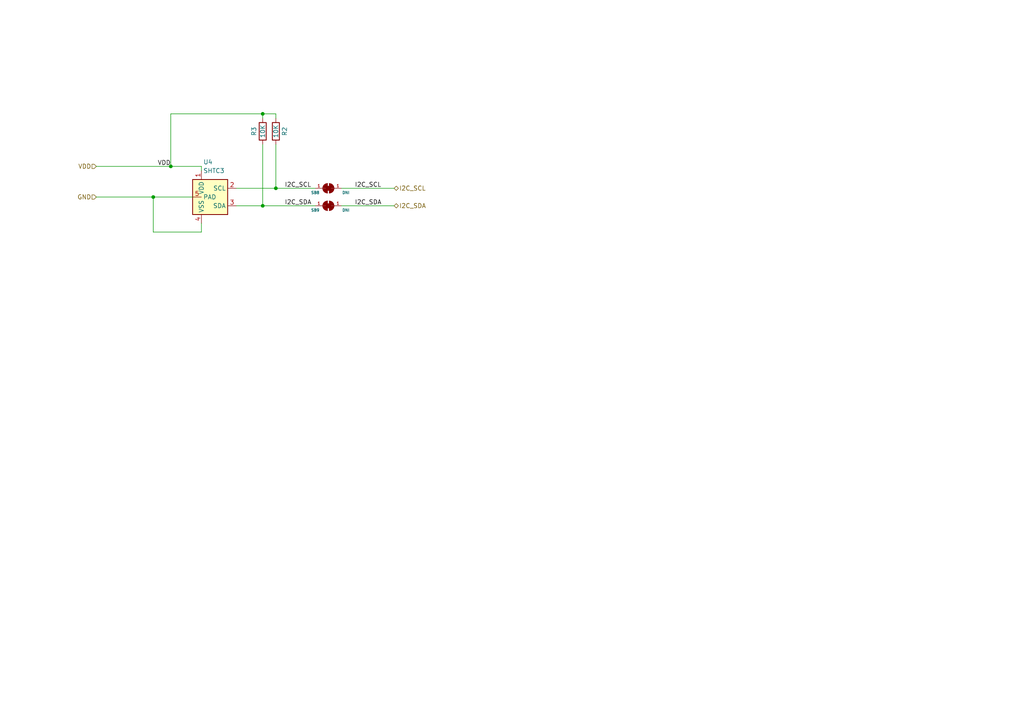
<source format=kicad_sch>
(kicad_sch (version 20211123) (generator eeschema)

  (uuid 7d35ebe6-9809-4ba0-9749-26de274df302)

  (paper "A4")

  (lib_symbols
    (symbol "Device:R" (pin_numbers hide) (pin_names (offset 0)) (in_bom yes) (on_board yes)
      (property "Reference" "R" (id 0) (at 2.032 0 90)
        (effects (font (size 1.27 1.27)))
      )
      (property "Value" "R" (id 1) (at 0 0 90)
        (effects (font (size 1.27 1.27)))
      )
      (property "Footprint" "" (id 2) (at -1.778 0 90)
        (effects (font (size 1.27 1.27)) hide)
      )
      (property "Datasheet" "~" (id 3) (at 0 0 0)
        (effects (font (size 1.27 1.27)) hide)
      )
      (property "ki_keywords" "R res resistor" (id 4) (at 0 0 0)
        (effects (font (size 1.27 1.27)) hide)
      )
      (property "ki_description" "Resistor" (id 5) (at 0 0 0)
        (effects (font (size 1.27 1.27)) hide)
      )
      (property "ki_fp_filters" "R_*" (id 6) (at 0 0 0)
        (effects (font (size 1.27 1.27)) hide)
      )
      (symbol "R_0_1"
        (rectangle (start -1.016 -2.54) (end 1.016 2.54)
          (stroke (width 0.254) (type default) (color 0 0 0 0))
          (fill (type none))
        )
      )
      (symbol "R_1_1"
        (pin passive line (at 0 3.81 270) (length 1.27)
          (name "~" (effects (font (size 1.27 1.27))))
          (number "1" (effects (font (size 1.27 1.27))))
        )
        (pin passive line (at 0 -3.81 90) (length 1.27)
          (name "~" (effects (font (size 1.27 1.27))))
          (number "2" (effects (font (size 1.27 1.27))))
        )
      )
    )
    (symbol "MCU_Nordic_Custom:SB_SHORT" (in_bom yes) (on_board yes)
      (property "Reference" "SB" (id 0) (at 0 3.175 0)
        (effects (font (size 0.8 0.8)))
      )
      (property "Value" "SB_SHORT" (id 1) (at 0 -3.048 0)
        (effects (font (size 0.8 0.8)))
      )
      (property "Footprint" "" (id 2) (at -1.524 0 0)
        (effects (font (size 1.27 1.27)) hide)
      )
      (property "Datasheet" "" (id 3) (at -1.524 0 0)
        (effects (font (size 1.27 1.27)) hide)
      )
      (symbol "SB_SHORT_0_1"
        (arc (start -1.6566 0) (mid -1.2466 -0.987) (end -0.2596 -1.397)
          (stroke (width 0.1524) (type default) (color 0 0 0 0))
          (fill (type outline))
        )
        (rectangle (start -0.635 0.635) (end 0.635 -0.635)
          (stroke (width 0) (type default) (color 0 0 0 0))
          (fill (type outline))
        )
        (arc (start -0.2568 1.3998) (mid -1.2438 0.9898) (end -1.6538 0.0028)
          (stroke (width 0.1524) (type default) (color 0 0 0 0))
          (fill (type outline))
        )
        (polyline
          (pts
            (xy -0.2568 -1.3942)
            (xy -0.2568 1.3998)
          )
          (stroke (width 0.1524) (type default) (color 0 0 0 0))
          (fill (type none))
        )
        (polyline
          (pts
            (xy 0.254 -1.397)
            (xy 0.254 1.397)
          )
          (stroke (width 0.1524) (type default) (color 0 0 0 0))
          (fill (type none))
        )
        (arc (start 0.2568 -1.3998) (mid 1.2438 -0.9898) (end 1.6538 -0.0028)
          (stroke (width 0.1524) (type default) (color 0 0 0 0))
          (fill (type outline))
        )
        (arc (start 1.651 0) (mid 1.241 0.987) (end 0.254 1.397)
          (stroke (width 0.1524) (type default) (color 0 0 0 0))
          (fill (type outline))
        )
      )
      (symbol "SB_SHORT_1_0"
        (pin free line (at -3.81 0 0) (length 2.1)
          (name "" (effects (font (size 0.5 0.5))))
          (number "1" (effects (font (size 0.8 0.8))))
        )
        (pin free line (at 3.81 0 180) (length 2.1)
          (name "" (effects (font (size 0.5 0.5))))
          (number "1" (effects (font (size 0.8 0.8))))
        )
      )
    )
    (symbol "MCU_Nordic_Custom:SHTC3" (in_bom yes) (on_board yes)
      (property "Reference" "U" (id 0) (at -3.81 6.35 0)
        (effects (font (size 1.27 1.27)))
      )
      (property "Value" "SHTC3" (id 1) (at -2.54 -6.35 0)
        (effects (font (size 1.27 1.27)))
      )
      (property "Footprint" "Sensor_Humidity:Sensirion_DFN-4-1EP_2x2mm_P1mm_EP0.7x1.6mm" (id 2) (at 5.08 -8.89 0)
        (effects (font (size 1.27 1.27)) hide)
      )
      (property "Datasheet" "https://www.sensirion.com/fileadmin/user_upload/customers/sensirion/Dokumente/0_Datasheets/Humidity/Sensirion_Humidity_Sensors_SHTC1_Datasheet.pdf" (id 3) (at -7.62 11.43 0)
        (effects (font (size 1.27 1.27)) hide)
      )
      (property "ki_keywords" "Sensirion environment environmental measurement digital" (id 4) (at 0 0 0)
        (effects (font (size 1.27 1.27)) hide)
      )
      (property "ki_description" "Humidity and Temperature Sensor, +/-3%RH, +/-0.3degC, I2C, 1.62-1.98V, DFN-4" (id 5) (at 0 0 0)
        (effects (font (size 1.27 1.27)) hide)
      )
      (property "ki_fp_filters" "Sensirion*DFN*1EP*2x2mm*P1mm*EP0.7x1.6mm*" (id 6) (at 0 0 0)
        (effects (font (size 1.27 1.27)) hide)
      )
      (symbol "SHTC3_1_1"
        (rectangle (start -5.08 5.08) (end 5.08 -5.08)
          (stroke (width 0.254) (type default) (color 0 0 0 0))
          (fill (type background))
        )
        (pin power_in line (at 2.54 7.62 270) (length 2.54)
          (name "VDD" (effects (font (size 1.27 1.27))))
          (number "1" (effects (font (size 1.27 1.27))))
        )
        (pin input line (at -7.62 2.54 0) (length 2.54)
          (name "SCL" (effects (font (size 1.27 1.27))))
          (number "2" (effects (font (size 1.27 1.27))))
        )
        (pin bidirectional line (at -7.62 -2.54 0) (length 2.54)
          (name "SDA" (effects (font (size 1.27 1.27))))
          (number "3" (effects (font (size 1.27 1.27))))
        )
        (pin power_in line (at 2.54 -7.62 90) (length 2.54)
          (name "VSS" (effects (font (size 1.27 1.27))))
          (number "4" (effects (font (size 1.27 1.27))))
        )
        (pin input line (at 5.08 0 180) (length 2.54)
          (name "PAD" (effects (font (size 1.27 1.27))))
          (number "5" (effects (font (size 1.27 1.27))))
        )
      )
    )
  )

  (junction (at 44.45 57.15) (diameter 0) (color 0 0 0 0)
    (uuid 3c274fda-f220-48e3-8d64-e70b8e7522f2)
  )
  (junction (at 49.53 48.26) (diameter 0) (color 0 0 0 0)
    (uuid 450c5899-ee7e-40c0-adda-9dbe4dfd856d)
  )
  (junction (at 76.2 33.02) (diameter 0) (color 0 0 0 0)
    (uuid afd024ec-8e25-4f9f-bbed-f7a1957811b1)
  )
  (junction (at 76.2 59.69) (diameter 0) (color 0 0 0 0)
    (uuid cfbe520f-e622-4d3e-811a-3643d57fc27f)
  )
  (junction (at 80.01 54.61) (diameter 0) (color 0 0 0 0)
    (uuid f39cea70-9a28-4544-9754-f3cc675748b1)
  )

  (wire (pts (xy 80.01 34.29) (xy 80.01 33.02))
    (stroke (width 0) (type default) (color 0 0 0 0))
    (uuid 0e2b0283-5394-419f-9643-9f7d8378b671)
  )
  (wire (pts (xy 49.53 48.26) (xy 58.42 48.26))
    (stroke (width 0) (type default) (color 0 0 0 0))
    (uuid 10d88ea6-3088-48fb-9797-b754510498ea)
  )
  (wire (pts (xy 58.42 64.77) (xy 58.42 67.31))
    (stroke (width 0) (type default) (color 0 0 0 0))
    (uuid 1ab50801-def2-475c-befa-2cefdbd16087)
  )
  (wire (pts (xy 80.01 54.61) (xy 91.44 54.61))
    (stroke (width 0) (type default) (color 0 0 0 0))
    (uuid 29a6ff65-548e-4826-b468-03bbf05cd272)
  )
  (wire (pts (xy 76.2 59.69) (xy 91.44 59.69))
    (stroke (width 0) (type default) (color 0 0 0 0))
    (uuid 2fa0cd0e-b44d-4a91-bd11-d9c130ced0c8)
  )
  (wire (pts (xy 68.58 59.69) (xy 76.2 59.69))
    (stroke (width 0) (type default) (color 0 0 0 0))
    (uuid 2fc3311a-9564-450c-a596-2d683c953a42)
  )
  (wire (pts (xy 99.06 54.61) (xy 114.3 54.61))
    (stroke (width 0) (type default) (color 0 0 0 0))
    (uuid 363b2704-4b12-4579-be7b-2dccfcb8fd8a)
  )
  (wire (pts (xy 49.53 33.02) (xy 76.2 33.02))
    (stroke (width 0) (type default) (color 0 0 0 0))
    (uuid 3bea1668-bf14-4070-81a0-b295d1c7327c)
  )
  (wire (pts (xy 44.45 57.15) (xy 55.88 57.15))
    (stroke (width 0) (type default) (color 0 0 0 0))
    (uuid 3fed5fd9-ef11-4d0a-87bb-cc8973868bd6)
  )
  (wire (pts (xy 49.53 48.26) (xy 49.53 33.02))
    (stroke (width 0) (type default) (color 0 0 0 0))
    (uuid 5982d10e-cec7-49a1-8565-11d6e8aa2e18)
  )
  (wire (pts (xy 68.58 54.61) (xy 80.01 54.61))
    (stroke (width 0) (type default) (color 0 0 0 0))
    (uuid 713ff15e-52cc-412d-8236-7d6cbdd25994)
  )
  (wire (pts (xy 76.2 41.91) (xy 76.2 59.69))
    (stroke (width 0) (type default) (color 0 0 0 0))
    (uuid 7bd4685a-5e11-4634-926b-6a77105f1b1e)
  )
  (wire (pts (xy 58.42 48.26) (xy 58.42 49.53))
    (stroke (width 0) (type default) (color 0 0 0 0))
    (uuid 7ebe0ee1-7c22-424d-8c6c-0ac8a1acaec9)
  )
  (wire (pts (xy 80.01 33.02) (xy 76.2 33.02))
    (stroke (width 0) (type default) (color 0 0 0 0))
    (uuid 8f2ddc88-40c9-4f62-b5a9-96c2a89b6a77)
  )
  (wire (pts (xy 27.94 48.26) (xy 49.53 48.26))
    (stroke (width 0) (type default) (color 0 0 0 0))
    (uuid a80f2b00-374a-49dc-855b-f6716a910f9f)
  )
  (wire (pts (xy 76.2 33.02) (xy 76.2 34.29))
    (stroke (width 0) (type default) (color 0 0 0 0))
    (uuid b5be0ea0-2b42-4aa8-a1a6-f3faa80d61cd)
  )
  (wire (pts (xy 44.45 57.15) (xy 44.45 67.31))
    (stroke (width 0) (type default) (color 0 0 0 0))
    (uuid b5eee897-8b9d-4240-ae8b-63660a4114b7)
  )
  (wire (pts (xy 80.01 41.91) (xy 80.01 54.61))
    (stroke (width 0) (type default) (color 0 0 0 0))
    (uuid c397e5a5-f790-4169-8e17-efe41c9cbf3a)
  )
  (wire (pts (xy 99.06 59.69) (xy 114.3 59.69))
    (stroke (width 0) (type default) (color 0 0 0 0))
    (uuid d53e8d6c-08a1-4693-bf81-2b9526ca0b38)
  )
  (wire (pts (xy 58.42 67.31) (xy 44.45 67.31))
    (stroke (width 0) (type default) (color 0 0 0 0))
    (uuid db48b339-e3b2-4a87-b540-14a28826c705)
  )
  (wire (pts (xy 27.94 57.15) (xy 44.45 57.15))
    (stroke (width 0) (type default) (color 0 0 0 0))
    (uuid f5f84547-9a17-4de6-a69d-3bab67297596)
  )

  (label "I2C_SDA" (at 82.55 59.69 0)
    (effects (font (size 1.27 1.27)) (justify left bottom))
    (uuid 01e5ddc4-62bc-4c09-98b8-d77c6168b07d)
  )
  (label "VDD" (at 49.53 48.26 180)
    (effects (font (size 1.27 1.27)) (justify right bottom))
    (uuid 1e1dfd93-8f59-4359-9e0a-aa6d6d57bacb)
  )
  (label "I2C_SDA" (at 102.87 59.69 0)
    (effects (font (size 1.27 1.27)) (justify left bottom))
    (uuid 86b9ad5c-c828-4907-96ac-a3e4d1588b6d)
  )
  (label "I2C_SCL" (at 82.55 54.61 0)
    (effects (font (size 1.27 1.27)) (justify left bottom))
    (uuid c1e607b6-580c-4901-85f8-e01299659c9b)
  )
  (label "I2C_SCL" (at 102.87 54.61 0)
    (effects (font (size 1.27 1.27)) (justify left bottom))
    (uuid d1cf6960-87e7-42b6-ad4c-61f76af47a6b)
  )

  (hierarchical_label "I2C_SDA" (shape bidirectional) (at 114.3 59.69 0)
    (effects (font (size 1.27 1.27)) (justify left))
    (uuid 496283c2-812d-4bdb-93e8-d69123d9f2c4)
  )
  (hierarchical_label "I2C_SCL" (shape bidirectional) (at 114.3 54.61 0)
    (effects (font (size 1.27 1.27)) (justify left))
    (uuid e4c533ad-d944-4434-995d-caec96bdb846)
  )
  (hierarchical_label "GND" (shape input) (at 27.94 57.15 180)
    (effects (font (size 1.27 1.27)) (justify right))
    (uuid e56322e0-7133-4cea-b62a-a43500b1f331)
  )
  (hierarchical_label "VDD" (shape input) (at 27.94 48.26 180)
    (effects (font (size 1.27 1.27)) (justify right))
    (uuid f077035b-6ecd-465d-814c-ebb373429a8d)
  )

  (symbol (lib_id "MCU_Nordic_Custom:SHTC3") (at 60.96 57.15 0) (mirror y) (unit 1)
    (in_bom yes) (on_board yes) (fields_autoplaced)
    (uuid 0a5c8dc3-10ad-4622-a5a7-06977e2d7252)
    (property "Reference" "U4" (id 0) (at 58.9406 46.99 0)
      (effects (font (size 1.27 1.27)) (justify right))
    )
    (property "Value" "SHTC3" (id 1) (at 58.9406 49.53 0)
      (effects (font (size 1.27 1.27)) (justify right))
    )
    (property "Footprint" "MCU_Nordic_Accessory:Sensirion_DFN-4-1EP_2x2mm_P1mm_EP0.7x1.6mm" (id 2) (at 55.88 66.04 0)
      (effects (font (size 1.27 1.27)) hide)
    )
    (property "Datasheet" "https://www.sensirion.com/fileadmin/user_upload/customers/sensirion/Dokumente/0_Datasheets/Humidity/Sensirion_Humidity_Sensors_SHTC1_Datasheet.pdf" (id 3) (at 68.58 45.72 0)
      (effects (font (size 1.27 1.27)) hide)
    )
    (pin "1" (uuid e7208eea-f83c-4e5f-bc63-0560ac6546ac))
    (pin "2" (uuid 66b1abfc-a54e-42e9-baa0-69e7c5971dd2))
    (pin "3" (uuid 93ca5a0e-fee5-4a32-8880-d6174dbe8a34))
    (pin "4" (uuid 288eed5b-c8a2-4ae7-849e-0d3dae48edbc))
    (pin "5" (uuid 128b9228-4c20-4580-87f7-4712b22603c2))
  )

  (symbol (lib_id "MCU_Nordic_Custom:SB_SHORT") (at 95.25 54.61 0) (unit 1)
    (in_bom yes) (on_board yes)
    (uuid 1ca46d3a-2846-415c-ad05-a6367d1a7133)
    (property "Reference" "SB8" (id 0) (at 91.44 55.88 0)
      (effects (font (size 0.8 0.8)))
    )
    (property "Value" "DNI" (id 1) (at 100.33 55.88 0)
      (effects (font (size 0.8 0.8)))
    )
    (property "Footprint" "MCU_Nordic_Accessory:SB_PAD_SHORT" (id 2) (at 93.726 54.61 0)
      (effects (font (size 1.27 1.27)) hide)
    )
    (property "Datasheet" "" (id 3) (at 93.726 54.61 0)
      (effects (font (size 1.27 1.27)) hide)
    )
    (pin "1" (uuid c708f555-f378-4f86-9e9d-c8f4de293e14))
    (pin "1" (uuid 8fd0a9d4-0047-4ee1-953c-2c7136ba030e))
  )

  (symbol (lib_id "Device:R") (at 80.01 38.1 0) (unit 1)
    (in_bom yes) (on_board yes)
    (uuid 3ea7e14d-af18-4da5-8cb4-a14fe8f87b0f)
    (property "Reference" "R2" (id 0) (at 82.55 38.1 90))
    (property "Value" "10K" (id 1) (at 80.01 38.1 90))
    (property "Footprint" "MCU_Nordic_Accessory:R_0201" (id 2) (at 78.232 38.1 90)
      (effects (font (size 1.27 1.27)) hide)
    )
    (property "Datasheet" "~" (id 3) (at 80.01 38.1 0)
      (effects (font (size 1.27 1.27)) hide)
    )
    (pin "1" (uuid 8df00f0b-235d-499b-b0a1-a7823c5b3e8d))
    (pin "2" (uuid 48c14197-e057-4b53-8beb-a244a3b24e29))
  )

  (symbol (lib_id "MCU_Nordic_Custom:SB_SHORT") (at 95.25 59.69 0) (unit 1)
    (in_bom yes) (on_board yes)
    (uuid 5274860e-2def-4a9d-8766-e848f03a9576)
    (property "Reference" "SB9" (id 0) (at 91.44 60.96 0)
      (effects (font (size 0.8 0.8)))
    )
    (property "Value" "DNI" (id 1) (at 100.33 60.96 0)
      (effects (font (size 0.8 0.8)))
    )
    (property "Footprint" "MCU_Nordic_Accessory:SB_PAD_SHORT" (id 2) (at 93.726 59.69 0)
      (effects (font (size 1.27 1.27)) hide)
    )
    (property "Datasheet" "" (id 3) (at 93.726 59.69 0)
      (effects (font (size 1.27 1.27)) hide)
    )
    (pin "1" (uuid 4075c240-a204-4235-9c3f-09c2ebf619e7))
    (pin "1" (uuid 2dcc7532-1611-474a-9422-43462f73f4b5))
  )

  (symbol (lib_id "Device:R") (at 76.2 38.1 0) (unit 1)
    (in_bom yes) (on_board yes)
    (uuid 699621f2-43a7-4482-a392-bc52555a6e7a)
    (property "Reference" "R3" (id 0) (at 73.66 38.1 90))
    (property "Value" "10K" (id 1) (at 76.2 38.1 90))
    (property "Footprint" "MCU_Nordic_Accessory:R_0201" (id 2) (at 74.422 38.1 90)
      (effects (font (size 1.27 1.27)) hide)
    )
    (property "Datasheet" "~" (id 3) (at 76.2 38.1 0)
      (effects (font (size 1.27 1.27)) hide)
    )
    (pin "1" (uuid d42c5ac6-e2c6-4826-9ea0-54bf8e2b52ad))
    (pin "2" (uuid 7ab554ec-56d6-4374-9f13-90ec60b8e5cf))
  )
)

</source>
